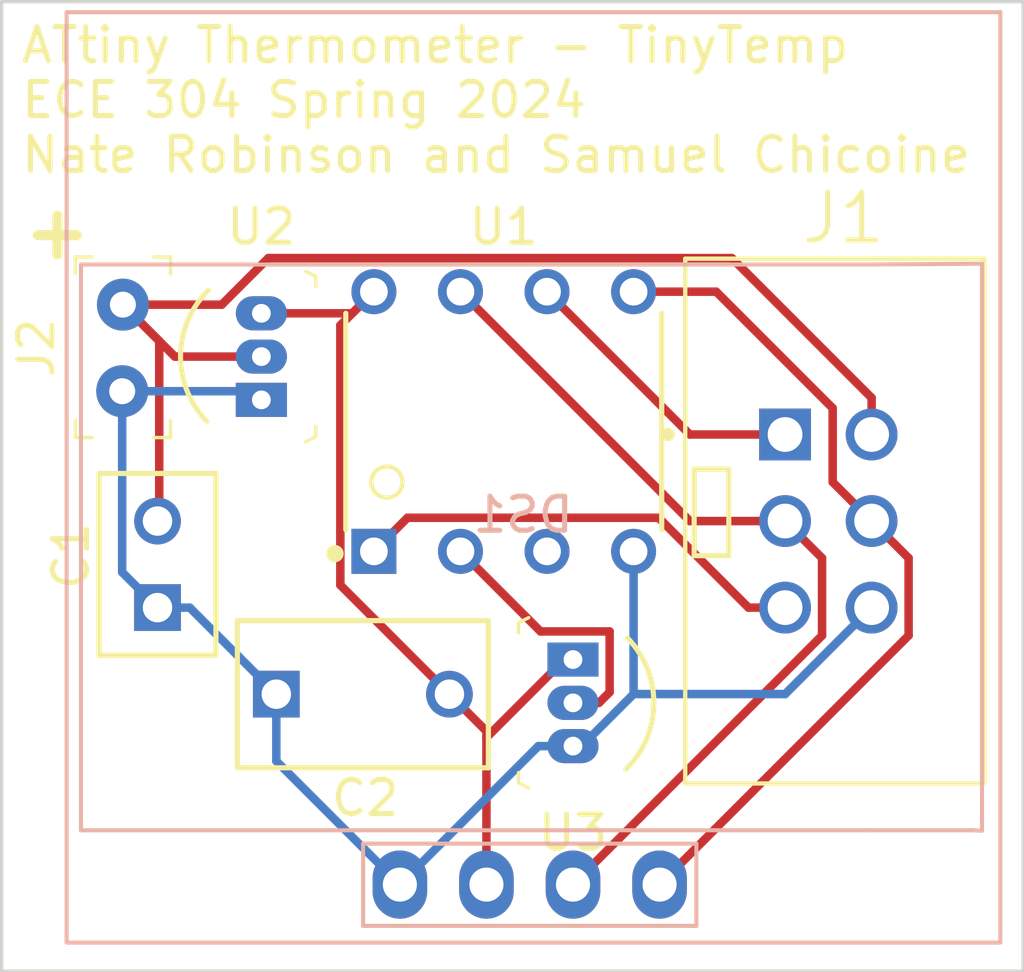
<source format=kicad_pcb>
(kicad_pcb (version 20221018) (generator pcbnew)
  (layers (0 "F.Cu" signal) (31 "B.Cu" signal) (34 "B.Paste" user) (35 "F.Paste" user) (36 "B.SilkS" user "B.Silkscreen") (37 "F.SilkS" user "F.Silkscreen") (38 "B.Mask" user) (39 "F.Mask" user) (44 "Edge.Cuts" user))
  (net 0 "")
  (net 1 "Net-(U2-VIN)")
  (net 2 "GND")
  (net 3 "Net-(U1-PB5)")
  (net 4 "Net-(U1-PB3)")
  (net 6 "Net-(DS1-SDA)")
  (net 7 "Net-(U1-PB1)")
  (net 8 "Net-(DS1-SCL)")
  (net 9 "Net-(DS1-VCC)")
  (footprint "digikey-footprints:TO-92-3" (layer "F.Cu") (at 62.992 35.56 -90)
    (fp_text reference "U3" (at 5.08 0) (layer "F.SilkS"))
    (fp_text value "TEMP SENS" hide)
    (fp_line (start -1.08 1.6) (end -1.23 1.3) (stroke (width 0.1)) (layer "F.SilkS"))
    (fp_line (start -0.78 1.6) (end -1.08 1.6) (stroke (width 0.1)) (layer "F.SilkS"))
    (fp_line (start 3.62 1.6) (end 3.32 1.6) (stroke (width 0.1)) (layer "F.SilkS"))
    (fp_line (start 3.62 1.6) (end 3.77 1.3) (stroke (width 0.1)) (layer "F.SilkS"))
    (fp_arc (start -0.63 -1.6) (mid 1.305355 -2.372361) (end 3.22 -1.55) (stroke (width 0.15)) (layer "F.SilkS"))
    (pad "1" thru_hole rect (at 0 0 90) (size 1 1.5) (drill 0.55) (layers "*.Cu" "*.Mask") (net 9 "Net-(DS1-VCC)"))
    (pad "2" thru_hole oval (at 1.27 0 90) (size 1 1.5) (drill 0.55) (layers "*.Cu" "*.Mask") (net 4 "Net-(U1-PB3)"))
    (pad "3" thru_hole oval (at 2.54 0 90) (size 1 1.5) (drill 0.55) (layers "*.Cu" "*.Mask") (net 2 "GND"))
  )
  (footprint "Symbols and Footprints:C330C105K5R5TA" (layer "F.Cu") (at 54.28615 36.576)
    (fp_text reference "C2" (at 2.60985 3.048 unlocked) (layer "F.SilkS"))
    (fp_text value "C330C105K5R5TA" hide)
    (fp_line (start -1.143 -2.159) (end -1.143 2.159) (stroke (width 0.1524)) (layer "F.SilkS"))
    (fp_line (start -1.143 2.159) (end 6.223 2.159) (stroke (width 0.1524)) (layer "F.SilkS"))
    (fp_line (start 6.223 -2.159) (end -1.143 -2.159) (stroke (width 0.1524)) (layer "F.SilkS"))
    (fp_line (start 6.223 2.159) (end 6.223 -2.159) (stroke (width 0.1524)) (layer "F.SilkS"))
    (pad "1" thru_hole rect (at 0 0) (size 1.3716 1.3716) (drill 0.8636) (layers "*.Cu" "*.Mask") (net 2 "GND"))
    (pad "2" thru_hole circle (at 5.08 0) (size 1.3716 1.3716) (drill 0.8636) (layers "*.Cu" "*.Mask") (net 9 "Net-(DS1-VCC)"))
  )
  (footprint "digikey-footprints:PinHeader_1x2_P2.54mm" (layer "F.Cu") (at 49.784 25.146 -90)
    (fp_text reference "J2" (at 1.27 2.54 90) (layer "F.SilkS"))
    (fp_text value "Vin" hide)
    (fp_line (start -1.4 -1.4) (end -1.4 -0.9) (stroke (width 0.1)) (layer "F.SilkS"))
    (fp_line (start -1.4 -1.4) (end -0.9 -1.4) (stroke (width 0.1)) (layer "F.SilkS"))
    (fp_line (start -1.4 1.4) (end -1.4 0.9) (stroke (width 0.1)) (layer "F.SilkS"))
    (fp_line (start -1.4 1.4) (end -0.9 1.4) (stroke (width 0.1)) (layer "F.SilkS"))
    (fp_line (start 3.9 -1.4) (end 3.4 -1.4) (stroke (width 0.1)) (layer "F.SilkS"))
    (fp_line (start 3.9 -1.4) (end 3.9 -0.9) (stroke (width 0.1)) (layer "F.SilkS"))
    (fp_line (start 3.9 1.4) (end 3.4 1.4) (stroke (width 0.1)) (layer "F.SilkS"))
    (fp_line (start 3.9 1.4) (end 3.9 0.9) (stroke (width 0.1)) (layer "F.SilkS"))
    (pad "1" thru_hole circle (at 0 0 270) (size 1.524 1.524) (drill 0.762) (layers "*.Cu" "*.Mask") (net 1 "Net-(U2-VIN)"))
    (pad "2" thru_hole circle (at 2.54 0.02 270) (size 1.524 1.524) (drill 0.762) (layers "*.Cu" "*.Mask") (net 2 "GND"))
  )
  (footprint "digikey-footprints:TO-92-3" (layer "F.Cu") (at 53.848 27.94 90)
    (fp_text reference "U2" (at 5.08 0 180) (layer "F.SilkS"))
    (fp_text value "V REGULATOR" hide)
    (fp_line (start -1.08 1.6) (end -1.23 1.3) (stroke (width 0.1)) (layer "F.SilkS"))
    (fp_line (start -0.78 1.6) (end -1.08 1.6) (stroke (width 0.1)) (layer "F.SilkS"))
    (fp_line (start 3.62 1.6) (end 3.32 1.6) (stroke (width 0.1)) (layer "F.SilkS"))
    (fp_line (start 3.62 1.6) (end 3.77 1.3) (stroke (width 0.1)) (layer "F.SilkS"))
    (fp_arc (start -0.63 -1.6) (mid 1.305355 -2.372361) (end 3.22 -1.55) (stroke (width 0.15)) (layer "F.SilkS"))
    (pad "1" thru_hole rect (at 0 0 270) (size 1 1.5) (drill 0.55) (layers "*.Cu" "*.Mask") (net 2 "GND"))
    (pad "2" thru_hole oval (at 1.27 0 270) (size 1 1.5) (drill 0.55) (layers "*.Cu" "*.Mask") (net 1 "Net-(U2-VIN)"))
    (pad "3" thru_hole oval (at 2.54 0 270) (size 1 1.5) (drill 0.55) (layers "*.Cu" "*.Mask") (net 9 "Net-(DS1-VCC)"))
  )
  (footprint "ATTINY85-20PU:ATTINY85-20PU" (layer "F.Cu") (at 60.96 28.575 90)
    (fp_text reference "U1" (at 5.715 0 180) (layer "F.SilkS") (effects (font (size 1.000126 1.000126))))
    (fp_text value "ATTINY85" hide)
    (fp_line (start -3.175 -4.635) (end 3.175 -4.635) (stroke (width 0.1524)) (layer "F.SilkS"))
    (fp_line (start 3.175 4.635) (end -3.175 4.635) (stroke (width 0.1524)) (layer "F.SilkS"))
    (fp_circle (center -3.876 -4.954) (end -3.622 -4.954) (fill solid) (layer "F.SilkS"))
    (fp_circle (center -1.778 -3.429) (end -1.320097 -3.429) (stroke (width 0.127)) (fill none) (layer "F.SilkS"))
    (pad "1" thru_hole rect (at -3.81 -3.81 90) (size 1.3208 1.3208) (drill 0.8128) (layers "*.Cu" "*.Mask") (net 3 "Net-(U1-PB5)"))
    (pad "2" thru_hole circle (at -3.81 -1.27 90) (size 1.3208 1.3208) (drill 0.8128) (layers "*.Cu" "*.Mask") (net 4 "Net-(U1-PB3)"))
    (pad "3" thru_hole circle (at -3.81 1.27 90) (size 1.3208 1.3208) (drill 0.8128) (layers "*.Cu" "*.Mask"))
    (pad "4" thru_hole circle (at -3.81 3.81 90) (size 1.3208 1.3208) (drill 0.8128) (layers "*.Cu" "*.Mask") (net 2 "GND"))
    (pad "5" thru_hole circle (at 3.81 3.81 90) (size 1.3208 1.3208) (drill 0.8128) (layers "*.Cu" "*.Mask") (net 6 "Net-(DS1-SDA)"))
    (pad "6" thru_hole circle (at 3.81 1.27 90) (size 1.3208 1.3208) (drill 0.8128) (layers "*.Cu" "*.Mask") (net 7 "Net-(U1-PB1)"))
    (pad "7" thru_hole circle (at 3.81 -1.27 90) (size 1.3208 1.3208) (drill 0.8128) (layers "*.Cu" "*.Mask") (net 8 "Net-(DS1-SCL)"))
    (pad "8" thru_hole circle (at 3.81 -3.81 90) (size 1.3208 1.3208) (drill 0.8128) (layers "*.Cu" "*.Mask") (net 9 "Net-(DS1-VCC)"))
  )
  (footprint "Symbols and Footprints:30306-6002HB" (layer "F.Cu") (at 69.215 28.956)
    (fp_text reference "J1" (at 1.715 -6.349) (layer "F.SilkS") (effects (font (size 1.4 1.4))))
    (fp_text value "30306-6002HB" hide)
    (fp_line (start -2.93 -5.16) (end 5.85 -5.16) (stroke (width 0.127)) (layer "F.SilkS"))
    (fp_line (start -2.93 10.24) (end -2.93 -5.16) (stroke (width 0.127)) (layer "F.SilkS"))
    (fp_line (start 5.85 -5.16) (end 5.85 10.24) (stroke (width 0.127)) (layer "F.SilkS"))
    (fp_line (start 5.85 10.24) (end -2.93 10.24) (stroke (width 0.127)) (layer "F.SilkS"))
    (fp_circle (center -3.43 0) (end -3.33 0) (stroke (width 0.2)) (fill none) (layer "F.SilkS"))
    (pad "1" thru_hole rect (at 0 0) (size 1.52 1.52) (drill 1.02) (layers "*.Cu" "*.Mask") (net 7 "Net-(U1-PB1)"))
    (pad "2" thru_hole circle (at 2.54 0) (size 1.52 1.52) (drill 1.02) (layers "*.Cu" "*.Mask") (net 1 "Net-(U2-VIN)"))
    (pad "3" thru_hole circle (at 0 2.54) (size 1.52 1.52) (drill 1.02) (layers "*.Cu" "*.Mask") (net 8 "Net-(DS1-SCL)"))
    (pad "4" thru_hole circle (at 2.54 2.54) (size 1.52 1.52) (drill 1.02) (layers "*.Cu" "*.Mask") (net 6 "Net-(DS1-SDA)"))
    (pad "5" thru_hole circle (at 0 5.08) (size 1.52 1.52) (drill 1.02) (layers "*.Cu" "*.Mask") (net 3 "Net-(U1-PB5)"))
    (pad "6" thru_hole circle (at 2.54 5.08) (size 1.52 1.52) (drill 1.02) (layers "*.Cu" "*.Mask") (net 2 "GND"))
  )
  (footprint "Symbols and Footprints:C320C104K5R5TA7317" (layer "F.Cu") (at 50.8 34.036 90)
    (fp_text reference "C1" (at 1.524 -2.54 90 unlocked) (layer "F.SilkS"))
    (fp_text value "C320C104K5R5TA7317" hide)
    (fp_line (start -1.397 -1.7145) (end -1.397 1.7145) (stroke (width 0.1524)) (layer "F.SilkS"))
    (fp_line (start -1.397 1.7145) (end 3.937 1.7145) (stroke (width 0.1524)) (layer "F.SilkS"))
    (fp_line (start 3.937 -1.7145) (end -1.397 -1.7145) (stroke (width 0.1524)) (layer "F.SilkS"))
    (fp_line (start 3.937 1.7145) (end 3.937 -1.7145) (stroke (width 0.1524)) (layer "F.SilkS"))
    (pad "1" thru_hole rect (at 0 0 90) (size 1.3716 1.3716) (drill 0.8636) (layers "*.Cu" "*.Mask") (net 2 "GND"))
    (pad "2" thru_hole circle (at 2.54 0 90) (size 1.3716 1.3716) (drill 0.8636) (layers "*.Cu" "*.Mask") (net 1 "Net-(U2-VIN)"))
  )
  (footprint "Symbols and Footprints:SSD1306" (layer "B.Cu") (at 61.532 31.564)
    (fp_text reference "DS1" (at 0 -0.254) (layer "B.SilkS") (effects (justify mirror)))
    (fp_text value "OLED")
    (fp_line (start -13.4 -15) (end -13.4 12.3) (stroke (width 0.12)) (layer "B.SilkS"))
    (fp_line (start -13.4 12.3) (end 14 12.3) (stroke (width 0.12)) (layer "B.SilkS"))
    (fp_line (start -12.978 -7.595) (end -12.978 9.005) (stroke (width 0.12)) (layer "B.SilkS"))
    (fp_line (start -12.978 9.005) (end 10.122 9.005) (stroke (width 0.12)) (layer "B.SilkS"))
    (fp_line (start -4.699 11.811) (end -4.699 9.398) (stroke (width 0.12)) (layer "B.SilkS"))
    (fp_line (start -4.699 11.811) (end 5.08 11.811) (stroke (width 0.12)) (layer "B.SilkS"))
    (fp_line (start 5.08 9.398) (end -4.699 9.398) (stroke (width 0.12)) (layer "B.SilkS"))
    (fp_line (start 5.08 11.811) (end 5.08 9.398) (stroke (width 0.12)) (layer "B.SilkS"))
    (fp_line (start 10.122 -7.595) (end -12.978 -7.595) (stroke (width 0.12)) (layer "B.SilkS"))
    (fp_line (start 10.122 -7.595) (end 13.462 -7.62) (stroke (width 0.12)) (layer "B.SilkS"))
    (fp_line (start 10.122 9.005) (end 13.208 9.005) (stroke (width 0.12)) (layer "B.SilkS"))
    (fp_line (start 13.462 -7.62) (end 13.462 9.017) (stroke (width 0.12)) (layer "B.SilkS"))
    (fp_line (start 13.462 9.017) (end 13.208 9.005) (stroke (width 0.12)) (layer "B.SilkS"))
    (fp_line (start 14 -15) (end -13.4 -15) (stroke (width 0.12)) (layer "B.SilkS"))
    (fp_line (start 14 12.3) (end 14 -15) (stroke (width 0.12)) (layer "B.SilkS"))
    (pad "1" thru_hole oval (at -3.62 10.6 270) (size 2 1.6) (drill 1) (layers "*.Cu" "*.Mask") (net 2 "GND"))
    (pad "2" thru_hole oval (at -1.08 10.6 270) (size 2 1.6) (drill 1) (layers "*.Cu" "*.Mask") (net 9 "Net-(DS1-VCC)"))
    (pad "3" thru_hole oval (at 1.46 10.6 270) (size 2 1.6) (drill 1) (layers "*.Cu" "*.Mask") (net 8 "Net-(DS1-SCL)"))
    (pad "4" thru_hole oval (at 4 10.6 270) (size 2 1.6) (drill 1) (layers "*.Cu" "*.Mask") (net 6 "Net-(DS1-SDA)"))
  )
  (gr_rect (start 66.548 29.972) (end 67.564 32.512) (stroke (width 0.15)) (fill none) (layer "F.SilkS"))
  (gr_rect (start 46.228 16.256) (end 76.2 44.704) (stroke (width 0.1)) (fill none) (layer "Edge.Cuts"))
  (gr_text "+" (at 46.736 23.876) (layer "F.SilkS") (effects (font (size 1.5 1.5) (thickness 0.3) bold) (justify left bottom)))
  (gr_text "ATtiny Thermometer - TinyTemp\nECE 304 Spring 2024\nNate Robinson and Samuel Chicoine" (at 46.736 21.336) (layer "F.SilkS") (effects (font (size 1 1)) (justify left bottom)))
  (segment (start 49.784 25.146) (end 51.308 26.67) (width 0.25) (layer "F.Cu") (net 1))
  (segment (start 71.755 28.956) (end 71.755 27.881198) (width 0.25) (layer "F.Cu") (net 1))
  (segment (start 49.784 25.146) (end 50.851 26.213) (width 0.25) (layer "F.Cu") (net 1))
  (segment (start 50.851 31.445) (end 50.8 31.496) (width 0.25) (layer "F.Cu") (net 1))
  (segment (start 50.851 26.213) (end 50.851 31.445) (width 0.25) (layer "F.Cu") (net 1))
  (segment (start 52.685274 25.146) (end 54.051674 23.7796) (width 0.25) (layer "F.Cu") (net 1))
  (segment (start 71.755 27.881198) (end 67.653402 23.7796) (width 0.25) (layer "F.Cu") (net 1))
  (segment (start 51.308 26.67) (end 53.848 26.67) (width 0.25) (layer "F.Cu") (net 1))
  (segment (start 67.653402 23.7796) (end 54.051674 23.7796) (width 0.25) (layer "F.Cu") (net 1))
  (segment (start 49.784 25.146) (end 52.685274 25.146) (width 0.25) (layer "F.Cu") (net 1))
  (segment (start 50.8 34.036) (end 51.74615 34.036) (width 0.25) (layer "B.Cu") (net 2))
  (segment (start 49.764 27.686) (end 49.764 33) (width 0.25) (layer "B.Cu") (net 2))
  (segment (start 51.74615 34.036) (end 54.28615 36.576) (width 0.25) (layer "B.Cu") (net 2))
  (segment (start 49.764 33) (end 50.8 34.036) (width 0.25) (layer "B.Cu") (net 2))
  (segment (start 54.28615 38.53815) (end 57.912 42.164) (width 0.25) (layer "B.Cu") (net 2))
  (segment (start 54.28615 36.576) (end 54.28615 38.53815) (width 0.25) (layer "B.Cu") (net 2))
  (segment (start 69.219 36.572) (end 71.755 34.036) (width 0.25) (layer "B.Cu") (net 2))
  (segment (start 53.594 27.686) (end 53.848 27.94) (width 0.25) (layer "B.Cu") (net 2))
  (segment (start 64.77 36.572) (end 69.219 36.572) (width 0.25) (layer "B.Cu") (net 2))
  (segment (start 61.976 38.1) (end 62.992 38.1) (width 0.25) (layer "B.Cu") (net 2))
  (segment (start 64.77 36.572) (end 63.242 38.1) (width 0.25) (layer "B.Cu") (net 2))
  (segment (start 64.77 32.385) (end 64.77 36.572) (width 0.25) (layer "B.Cu") (net 2))
  (segment (start 63.242 38.1) (end 62.992 38.1) (width 0.25) (layer "B.Cu") (net 2))
  (segment (start 49.764 27.686) (end 53.594 27.686) (width 0.25) (layer "B.Cu") (net 2))
  (segment (start 57.912 42.164) (end 61.976 38.1) (width 0.25) (layer "B.Cu") (net 2))
  (segment (start 65.503798 31.3996) (end 68.140198 34.036) (width 0.25) (layer "F.Cu") (net 3))
  (segment (start 57.15 32.385) (end 58.1354 31.3996) (width 0.25) (layer "F.Cu") (net 3))
  (segment (start 58.1354 31.3996) (end 65.503798 31.3996) (width 0.25) (layer "F.Cu") (net 3))
  (segment (start 68.140198 34.036) (end 69.215 34.036) (width 0.25) (layer "F.Cu") (net 3))
  (segment (start 64.067 34.735) (end 64.067 36.517) (width 0.25) (layer "F.Cu") (net 4))
  (segment (start 64.067 36.517) (end 63.754 36.83) (width 0.25) (layer "F.Cu") (net 4))
  (segment (start 63.754 36.83) (end 62.992 36.83) (width 0.25) (layer "F.Cu") (net 4))
  (segment (start 59.69 32.385) (end 62.04 34.735) (width 0.25) (layer "F.Cu") (net 4))
  (segment (start 62.04 34.735) (end 64.067 34.735) (width 0.25) (layer "F.Cu") (net 4))
  (segment (start 71.755 31.496) (end 72.84 32.581) (width 0.25) (layer "F.Cu") (net 6))
  (segment (start 67.194 24.765) (end 70.612 28.183) (width 0.25) (layer "F.Cu") (net 6))
  (segment (start 72.84 34.856) (end 65.532 42.164) (width 0.25) (layer "F.Cu") (net 6))
  (segment (start 70.612 28.183) (end 70.612 30.353) (width 0.25) (layer "F.Cu") (net 6))
  (segment (start 70.612 30.353) (end 71.755 31.496) (width 0.25) (layer "F.Cu") (net 6))
  (segment (start 72.84 32.581) (end 72.84 34.856) (width 0.25) (layer "F.Cu") (net 6))
  (segment (start 64.77 24.765) (end 67.194 24.765) (width 0.25) (layer "F.Cu") (net 6))
  (segment (start 62.23 24.765) (end 66.421 28.956) (width 0.25) (layer "F.Cu") (net 7))
  (segment (start 66.421 28.956) (end 69.215 28.956) (width 0.25) (layer "F.Cu") (net 7))
  (segment (start 59.69 24.765) (end 66.421 31.496) (width 0.25) (layer "F.Cu") (net 8))
  (segment (start 70.3 34.856) (end 70.3 32.581) (width 0.25) (layer "F.Cu") (net 8))
  (segment (start 62.992 42.164) (end 70.3 34.856) (width 0.25) (layer "F.Cu") (net 8))
  (segment (start 66.421 31.496) (end 69.215 31.496) (width 0.25) (layer "F.Cu") (net 8))
  (segment (start 70.3 32.581) (end 69.215 31.496) (width 0.25) (layer "F.Cu") (net 8))
  (segment (start 60.452 37.66185) (end 60.452 37.85) (width 0.25) (layer "F.Cu") (net 9))
  (segment (start 59.36615 36.576) (end 56.1646 33.37445) (width 0.25) (layer "F.Cu") (net 9))
  (segment (start 53.848 25.4) (end 56.515 25.4) (width 0.25) (layer "F.Cu") (net 9))
  (segment (start 62.742 35.56) (end 60.452 37.85) (width 0.25) (layer "F.Cu") (net 9))
  (segment (start 62.992 35.56) (end 62.742 35.56) (width 0.25) (layer "F.Cu") (net 9))
  (segment (start 56.515 25.4) (end 57.15 24.765) (width 0.25) (layer "F.Cu") (net 9))
  (segment (start 59.36615 36.576) (end 60.452 37.66185) (width 0.25) (layer "F.Cu") (net 9))
  (segment (start 60.452 37.85) (end 60.452 42.164) (width 0.25) (layer "F.Cu") (net 9))
  (segment (start 56.1646 33.37445) (end 56.1646 25.7504) (width 0.25) (layer "F.Cu") (net 9))
  (segment (start 56.1646 25.7504) (end 57.15 24.765) (width 0.25) (layer "F.Cu") (net 9))
)
</source>
